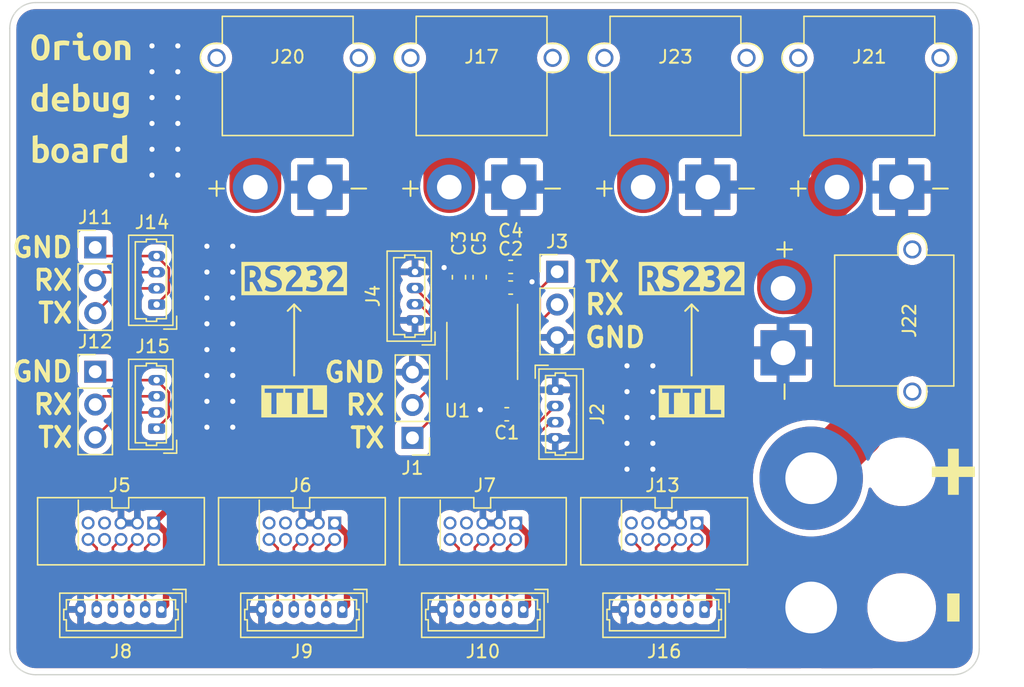
<source format=kicad_pcb>
(kicad_pcb (version 20211014) (generator pcbnew)
  (layers (0 "F.Cu" signal) (31 "B.Cu" signal) (34 "B.Paste" user) (35 "F.Paste" user) (36 "B.SilkS" user "B.Silkscreen") (37 "F.SilkS" user "F.Silkscreen") (38 "B.Mask" user) (39 "F.Mask" user) (44 "Edge.Cuts" user))
  (net 0 "")
  (net 1 "Net-(C4-Pad1)")
  (net 2 "Net-(C2-Pad1)")
  (net 3 "Net-(C4-Pad2)")
  (net 4 "Net-(C5-Pad2)")
  (net 5 "Net-(C5-Pad1)")
  (net 6 "Net-(C3-Pad1)")
  (net 7 "/RS232_TX2")
  (net 8 "/RS232_RX2")
  (net 9 "/TTL_TX2")
  (net 10 "/TTL_RX2")
  (net 11 "/TTL_RX1")
  (net 12 "/TTL_TX1")
  (net 13 "/RS232_RX1")
  (net 14 "/RS232_TX1")
  (net 15 "GND")
  (net 16 "+3.3V")
  (net 17 "Net-(J11-Pad1)")
  (net 18 "Net-(J11-Pad2)")
  (net 19 "Net-(J11-Pad3)")
  (net 20 "Net-(J12-Pad1)")
  (net 21 "Net-(J12-Pad2)")
  (net 22 "Net-(J12-Pad3)")
  (net 23 "VDD")
  (net 24 "/SWDIO_1")
  (net 25 "/SWCLK_1")
  (net 26 "/SWO_1")
  (net 27 "/nRESET_1")
  (net 28 "/VTref_2")
  (net 29 "/SWDIO_2")
  (net 30 "/SWCLK_2")
  (net 31 "/SWO_2")
  (net 32 "/nRESET_2")
  (net 33 "/VTref_3")
  (net 34 "/SWDIO_3")
  (net 35 "/SWCLK_3")
  (net 36 "/SWO_3")
  (net 37 "/nRESET_3")
  (net 38 "/VTref_4")
  (net 39 "/SWDIO_4")
  (net 40 "/SWCLK_4")
  (net 41 "/SWO_4")
  (net 42 "/nRESET_4")
  (footprint "Package_SO:TSSOP-16_4.4x5mm_P0.65mm" (layer "F.Cu") (at 192.55 91.35 -90)
    (fp_text reference "U1" (at 4.625 1.925 -180) (layer "F.SilkS"))
    (fp_text value "TRSF3232EIPWR")
    (pad "1" smd roundrect (at -2.8625 -2.275 270) (size 1.475 0.4) (layers "F.Cu" "F.Paste" "F.Mask") (net 1 "Net-(C4-Pad1)"))
    (pad "2" smd roundrect (at -2.8625 -1.625 270) (size 1.475 0.4) (layers "F.Cu" "F.Paste" "F.Mask") (net 2 "Net-(C2-Pad1)"))
    (pad "3" smd roundrect (at -2.8625 -0.975 270) (size 1.475 0.4) (layers "F.Cu" "F.Paste" "F.Mask") (net 3 "Net-(C4-Pad2)"))
    (pad "4" smd roundrect (at -2.8625 -0.325 270) (size 1.475 0.4) (layers "F.Cu" "F.Paste" "F.Mask") (net 4 "Net-(C5-Pad2)"))
    (pad "5" smd roundrect (at -2.8625 0.325 270) (size 1.475 0.4) (layers "F.Cu" "F.Paste" "F.Mask") (net 5 "Net-(C5-Pad1)"))
    (pad "6" smd roundrect (at -2.8625 0.975 270) (size 1.475 0.4) (layers "F.Cu" "F.Paste" "F.Mask") (net 6 "Net-(C3-Pad1)"))
    (pad "7" smd roundrect (at -2.8625 1.625 270) (size 1.475 0.4) (layers "F.Cu" "F.Paste" "F.Mask") (net 7 "/RS232_TX2"))
    (pad "8" smd roundrect (at -2.8625 2.275 270) (size 1.475 0.4) (layers "F.Cu" "F.Paste" "F.Mask") (net 8 "/RS232_RX2"))
    (pad "9" smd roundrect (at 2.8625 2.275 270) (size 1.475 0.4) (layers "F.Cu" "F.Paste" "F.Mask") (net 9 "/TTL_TX2"))
    (pad "10" smd roundrect (at 2.8625 1.625 270) (size 1.475 0.4) (layers "F.Cu" "F.Paste" "F.Mask") (net 10 "/TTL_RX2"))
    (pad "11" smd roundrect (at 2.8625 0.975 270) (size 1.475 0.4) (layers "F.Cu" "F.Paste" "F.Mask") (net 11 "/TTL_RX1"))
    (pad "12" smd roundrect (at 2.8625 0.325 270) (size 1.475 0.4) (layers "F.Cu" "F.Paste" "F.Mask") (net 12 "/TTL_TX1"))
    (pad "13" smd roundrect (at 2.8625 -0.325 270) (size 1.475 0.4) (layers "F.Cu" "F.Paste" "F.Mask") (net 13 "/RS232_RX1"))
    (pad "14" smd roundrect (at 2.8625 -0.975 270) (size 1.475 0.4) (layers "F.Cu" "F.Paste" "F.Mask") (net 14 "/RS232_TX1"))
    (pad "15" smd roundrect (at 2.8625 -1.625 270) (size 1.475 0.4) (layers "F.Cu" "F.Paste" "F.Mask") (net 15 "GND"))
    (pad "16" smd roundrect (at 2.8625 -2.275 270) (size 1.475 0.4) (layers "F.Cu" "F.Paste" "F.Mask") (net 16 "+3.3V"))
  )
  (footprint "0_connectors:AMASS_XT30PW-M_1x02_P2.50mm_Horizontal" (layer "F.Cu") (at 195 78.675)
    (fp_text reference "J17" (at -2.5 -10.075) (layer "F.SilkS"))
    (fp_text value "XT30PW-M/Terminal block")
    (fp_text user "-" (at 3 0) (layer "F.SilkS") (effects (font (size 1.5 1.5))))
    (fp_text user "+" (at -8 0) (layer "F.SilkS") (effects (font (size 1.5 1.5))))
    (pad "" thru_hole circle (at 3 -10) (size 1.4 1.4) (drill 1) (layers *.Cu *.Mask))
    (pad "" thru_hole circle (at -8 -10) (size 1.4 1.4) (drill 1) (layers *.Cu *.Mask))
    (pad "1" thru_hole rect (at 0 0) (size 3.5 3.5) (drill 1.9) (layers *.Cu *.Mask) (net 15 "GND"))
    (pad "2" thru_hole circle (at -5 0) (size 3.5 3.5) (drill 1.9) (layers *.Cu *.Mask) (net 23 "VDD"))
  )
  (footprint "kibuzzard-634C7551" (layer "F.Cu") (at 178 95.25)
    (fp_text reference "kibuzzard-634C7551" hide)
    (fp_text value "G***" hide)
  )
  (footprint "0_various:Alligator_clip_hook" (layer "F.Cu") (at 218 101.2)
    (fp_text reference "J18" hide)
    (fp_text value "Alligator clip hook")
    (pad "1" thru_hole circle (at 0 0) (size 8 8) (drill 4) (layers *.Cu *.Mask) (net 23 "VDD"))
  )
  (footprint "0_connectors:AMASS_XT30PW-M_1x02_P2.50mm_Horizontal" (layer "F.Cu") (at 215.825 91.5 -90)
    (fp_text reference "J22" (at -2.5 -9.775 90) (layer "F.SilkS"))
    (fp_text value "XT30PW-M/Terminal block")
    (fp_text user "+" (at -8 0 90) (layer "F.SilkS") (effects (font (size 1.5 1.5))))
    (fp_text user "-" (at 3 0 90) (layer "F.SilkS") (effects (font (size 1.5 1.5))))
    (pad "" thru_hole circle (at -8 -10 270) (size 1.4 1.4) (drill 1) (layers *.Cu *.Mask))
    (pad "" thru_hole circle (at 3 -10 270) (size 1.4 1.4) (drill 1) (layers *.Cu *.Mask))
    (pad "1" thru_hole rect (at 0 0 270) (size 3.5 3.5) (drill 1.9) (layers *.Cu *.Mask) (net 15 "GND"))
    (pad "2" thru_hole circle (at -5 0 270) (size 3.5 3.5) (drill 1.9) (layers *.Cu *.Mask) (net 23 "VDD"))
  )
  (footprint "Capacitor_SMD:C_0603_1608Metric" (layer "F.Cu") (at 190.75 85.65 90)
    (fp_text reference "C3" (at 1.55 0 90) (layer "F.SilkS") (effects (justify left)))
    (fp_text value "100nF")
    (pad "1" smd roundrect (at -0.775 0 90) (size 0.9 0.95) (layers "F.Cu" "F.Paste" "F.Mask") (net 6 "Net-(C3-Pad1)"))
    (pad "2" smd roundrect (at 0.775 0 90) (size 0.9 0.95) (layers "F.Cu" "F.Paste" "F.Mask") (net 15 "GND"))
  )
  (footprint "Capacitor_SMD:C_0603_1608Metric" (layer "F.Cu") (at 194.45 96.25 180)
    (fp_text reference "C1" (at 0 -1.43) (layer "F.SilkS"))
    (fp_text value "100nF")
    (pad "1" smd roundrect (at -0.775 0 180) (size 0.9 0.95) (layers "F.Cu" "F.Paste" "F.Mask") (net 16 "+3.3V"))
    (pad "2" smd roundrect (at 0.775 0 180) (size 0.9 0.95) (layers "F.Cu" "F.Paste" "F.Mask") (net 15 "GND"))
  )
  (footprint "Connector_PinHeader_2.54mm:PinHeader_1x03_P2.54mm_Vertical" (layer "F.Cu") (at 187.15 98.074999 180)
    (fp_text reference "J1" (at 0 -2.33) (layer "F.SilkS"))
    (fp_text value "Conn_01x03")
    (pad "1" thru_hole rect (at 0 0 180) (size 1.7 1.7) (drill 1) (layers *.Cu *.Mask) (net 11 "/TTL_RX1"))
    (pad "2" thru_hole oval (at 0 2.54 180) (size 1.7 1.7) (drill 1) (layers *.Cu *.Mask) (net 12 "/TTL_TX1"))
    (pad "3" thru_hole oval (at 0 5.08 180) (size 1.7 1.7) (drill 1) (layers *.Cu *.Mask) (net 15 "GND"))
  )
  (footprint "0_connectors:3220-10-0100-00" (layer "F.Cu") (at 192.6 105.3 -90)
    (fp_text reference "J7" (at -3.55 -0.15 unlocked) (layer "F.SilkS"))
    (fp_text value "SWD_02x05_1.27mm")
    (pad "1" thru_hole rect (at -0.635 -2.54 270) (size 1 1) (drill 0.65) (layers *.Cu *.Mask) (net 33 "/VTref_3"))
    (pad "2" thru_hole oval (at 0.635 -2.54 270) (size 1 1) (drill 0.65) (layers *.Cu *.Mask) (net 34 "/SWDIO_3"))
    (pad "3" thru_hole oval (at -0.635 -1.27 270) (size 1 1) (drill 0.65) (layers *.Cu *.Mask) (net 15 "GND"))
    (pad "4" thru_hole oval (at 0.635 -1.27 270) (size 1 1) (drill 0.65) (layers *.Cu *.Mask) (net 35 "/SWCLK_3"))
    (pad "5" thru_hole oval (at -0.635 0 270) (size 1 1) (drill 0.65) (layers *.Cu *.Mask) (net 15 "GND"))
    (pad "6" thru_hole oval (at 0.635 0 270) (size 1 1) (drill 0.65) (layers *.Cu *.Mask) (net 36 "/SWO_3"))
    (pad "7" thru_hole oval (at -0.635 1.27 270) (size 1 1) (drill 0.65) (layers *.Cu *.Mask))
    (pad "8" thru_hole oval (at 0.635 1.27 270) (size 1 1) (drill 0.65) (layers *.Cu *.Mask))
    (pad "9" thru_hole oval (at -0.635 2.54 270) (size 1 1) (drill 0.65) (layers *.Cu *.Mask))
    (pad "10" thru_hole oval (at 0.635 2.54 270) (size 1 1) (drill 0.65) (layers *.Cu *.Mask) (net 37 "/nRESET_3"))
  )
  (footprint "0_connectors:Molex_PicoBlade_53047-0410_1x04_P1.25mm_Vertical" (layer "F.Cu") (at 187.35 88.985 90)
    (fp_text reference "J4" (at 1.88 -3.25 90) (layer "F.SilkS"))
    (fp_text value "Conn_Picoblade_UART")
    (pad "1" thru_hole roundrect (at 0 0 90) (size 0.8 1.3) (drill 0.5) (layers *.Cu *.Mask) (net 15 "GND"))
    (pad "2" thru_hole oval (at 1.25 0 90) (size 0.8 1.3) (drill 0.5) (layers *.Cu *.Mask) (net 13 "/RS232_RX1"))
    (pad "3" thru_hole oval (at 2.5 0 90) (size 0.8 1.3) (drill 0.5) (layers *.Cu *.Mask) (net 14 "/RS232_TX1"))
    (pad "4" thru_hole oval (at 3.75 0 90) (size 0.8 1.3) (drill 0.5) (layers *.Cu *.Mask) (net 15 "GND"))
  )
  (footprint "0_connectors:Molex_PicoBlade_53047-0610_1x06_P1.25mm_Vertical" (layer "F.Cu") (at 167.725 111.35 180)
    (fp_text reference "J8" (at 3.12 -3.25) (layer "F.SilkS"))
    (fp_text value "Conn_Picoblade_DEBUG1")
    (pad "1" thru_hole roundrect (at 0 0 180) (size 0.8 1.3) (drill 0.5) (layers *.Cu *.Mask) (net 16 "+3.3V"))
    (pad "2" thru_hole oval (at 1.25 0 180) (size 0.8 1.3) (drill 0.5) (layers *.Cu *.Mask) (net 24 "/SWDIO_1"))
    (pad "3" thru_hole oval (at 2.5 0 180) (size 0.8 1.3) (drill 0.5) (layers *.Cu *.Mask) (net 25 "/SWCLK_1"))
    (pad "4" thru_hole oval (at 3.75 0 180) (size 0.8 1.3) (drill 0.5) (layers *.Cu *.Mask) (net 26 "/SWO_1"))
    (pad "5" thru_hole oval (at 5 0 180) (size 0.8 1.3) (drill 0.5) (layers *.Cu *.Mask) (net 27 "/nRESET_1"))
    (pad "6" thru_hole oval (at 6.25 0 180) (size 0.8 1.3) (drill 0.5) (layers *.Cu *.Mask) (net 15 "GND"))
  )
  (footprint "0_connectors:AMASS_XT30PW-M_1x02_P2.50mm_Horizontal" (layer "F.Cu") (at 210 78.675)
    (fp_text reference "J23" (at -2.5 -10.075) (layer "F.SilkS"))
    (fp_text value "XT30PW-M/Terminal block")
    (fp_text user "+" (at -8 0) (layer "F.SilkS") (effects (font (size 1.5 1.5))))
    (fp_text user "-" (at 3 0) (layer "F.SilkS") (effects (font (size 1.5 1.5))))
    (pad "" thru_hole circle (at -8 -10) (size 1.4 1.4) (drill 1) (layers *.Cu *.Mask))
    (pad "" thru_hole circle (at 3 -10) (size 1.4 1.4) (drill 1) (layers *.Cu *.Mask))
    (pad "1" thru_hole rect (at 0 0) (size 3.5 3.5) (drill 1.9) (layers *.Cu *.Mask) (net 15 "GND"))
    (pad "2" thru_hole circle (at -5 0) (size 3.5 3.5) (drill 1.9) (layers *.Cu *.Mask) (net 23 "VDD"))
  )
  (footprint "0_connectors:3220-10-0100-00" (layer "F.Cu") (at 164.6 105.3 -90)
    (fp_text reference "J5" (at -3.55 0.1 unlocked) (layer "F.SilkS"))
    (fp_text value "SWD_02x05_1.27mm")
    (pad "1" thru_hole rect (at -0.635 -2.54 270) (size 1 1) (drill 0.65) (layers *.Cu *.Mask) (net 16 "+3.3V"))
    (pad "2" thru_hole oval (at 0.635 -2.54 270) (size 1 1) (drill 0.65) (layers *.Cu *.Mask) (net 24 "/SWDIO_1"))
    (pad "3" thru_hole oval (at -0.635 -1.27 270) (size 1 1) (drill 0.65) (layers *.Cu *.Mask) (net 15 "GND"))
    (pad "4" thru_hole oval (at 0.635 -1.27 270) (size 1 1) (drill 0.65) (layers *.Cu *.Mask) (net 25 "/SWCLK_1"))
    (pad "5" thru_hole oval (at -0.635 0 270) (size 1 1) (drill 0.65) (layers *.Cu *.Mask) (net 15 "GND"))
    (pad "6" thru_hole oval (at 0.635 0 270) (size 1 1) (drill 0.65) (layers *.Cu *.Mask) (net 26 "/SWO_1"))
    (pad "7" thru_hole oval (at -0.635 1.27 270) (size 1 1) (drill 0.65) (layers *.Cu *.Mask))
    (pad "8" thru_hole oval (at 0.635 1.27 270) (size 1 1) (drill 0.65) (layers *.Cu *.Mask))
    (pad "9" thru_hole oval (at -0.635 2.54 270) (size 1 1) (drill 0.65) (layers *.Cu *.Mask))
    (pad "10" thru_hole oval (at 0.635 2.54 270) (size 1 1) (drill 0.65) (layers *.Cu *.Mask) (net 27 "/nRESET_1"))
  )
  (footprint "Connector_PinHeader_2.54mm:PinHeader_1x03_P2.54mm_Vertical" (layer "F.Cu") (at 162.61 83.345)
    (fp_text reference "J11" (at 0 -2.33) (layer "F.SilkS"))
    (fp_text value "Conn_01x03")
    (pad "1" thru_hole rect (at 0 0) (size 1.7 1.7) (drill 1) (layers *.Cu *.Mask) (net 17 "Net-(J11-Pad1)"))
    (pad "2" thru_hole oval (at 0 2.54) (size 1.7 1.7) (drill 1) (layers *.Cu *.Mask) (net 18 "Net-(J11-Pad2)"))
    (pad "3" thru_hole oval (at 0 5.08) (size 1.7 1.7) (drill 1) (layers *.Cu *.Mask) (net 19 "Net-(J11-Pad3)"))
  )
  (footprint "Capacitor_SMD:C_0603_1608Metric" (layer "F.Cu") (at 194.75 86.45)
    (fp_text reference "C2" (at 0 -3) (layer "F.SilkS"))
    (fp_text value "100nF")
    (pad "1" smd roundrect (at -0.775 0) (size 0.9 0.95) (layers "F.Cu" "F.Paste" "F.Mask") (net 2 "Net-(C2-Pad1)"))
    (pad "2" smd roundrect (at 0.775 0) (size 0.9 0.95) (layers "F.Cu" "F.Paste" "F.Mask") (net 15 "GND"))
  )
  (footprint "0_connectors:AMASS_XT30PW-M_1x02_P2.50mm_Horizontal" (layer "F.Cu") (at 180 78.675)
    (fp_text reference "J20" (at -2.5 -10.075) (layer "F.SilkS"))
    (fp_text value "XT30PW-M/Terminal block")
    (fp_text user "-" (at 3 0) (layer "F.SilkS") (effects (font (size 1.5 1.5))))
    (fp_text user "+" (at -8 0) (layer "F.SilkS") (effects (font (size 1.5 1.5))))
    (pad "" thru_hole circle (at 3 -10) (size 1.4 1.4) (drill 1) (layers *.Cu *.Mask))
    (pad "" thru_hole circle (at -8 -10) (size 1.4 1.4) (drill 1) (layers *.Cu *.Mask))
    (pad "1" thru_hole rect (at 0 0) (size 3.5 3.5) (drill 1.9) (layers *.Cu *.Mask) (net 15 "GND"))
    (pad "2" thru_hole circle (at -5 0) (size 3.5 3.5) (drill 1.9) (layers *.Cu *.Mask) (net 23 "VDD"))
  )
  (footprint "Capacitor_SMD:C_0603_1608Metric" (layer "F.Cu") (at 194.75 84.85 180)
    (fp_text reference "C4" (at 0 2.8) (layer "F.SilkS"))
    (fp_text value "100nF")
    (pad "1" smd roundrect (at -0.775 0 180) (size 0.9 0.95) (layers "F.Cu" "F.Paste" "F.Mask") (net 1 "Net-(C4-Pad1)"))
    (pad "2" smd roundrect (at 0.775 0 180) (size 0.9 0.95) (layers "F.Cu" "F.Paste" "F.Mask") (net 3 "Net-(C4-Pad2)"))
  )
  (footprint "kibuzzard-634C7533" (layer "F.Cu") (at 161.5 71.75)
    (fp_text reference "kibuzzard-634C7533" hide)
    (fp_text value "G***" hide)
  )
  (footprint "0_connectors:Molex_PicoBlade_53047-0410_1x04_P1.25mm_Vertical" (layer "F.Cu") (at 167.36 97.359999 90)
    (fp_text reference "J15" (at 6.359999 -0.31 180) (layer "F.SilkS"))
    (fp_text value "Conn_Picoblade_UART")
    (pad "1" thru_hole roundrect (at 0 0 90) (size 0.8 1.3) (drill 0.5) (layers *.Cu *.Mask) (net 20 "Net-(J12-Pad1)"))
    (pad "2" thru_hole oval (at 1.25 0 90) (size 0.8 1.3) (drill 0.5) (layers *.Cu *.Mask) (net 22 "Net-(J12-Pad3)"))
    (pad "3" thru_hole oval (at 2.5 0 90) (size 0.8 1.3) (drill 0.5) (layers *.Cu *.Mask) (net 21 "Net-(J12-Pad2)"))
    (pad "4" thru_hole oval (at 3.75 0 90) (size 0.8 1.3) (drill 0.5) (layers *.Cu *.Mask) (net 20 "Net-(J12-Pad1)"))
  )
  (footprint "kibuzzard-634C72A3" (layer "F.Cu") (at 229 100.7)
    (fp_text reference "kibuzzard-634C72A3" hide)
    (fp_text value "G***" hide)
  )
  (footprint "0_various:Alligator_clip_hook" (layer "F.Cu") (at 218 111.2)
    (fp_text reference "J19" hide)
    (fp_text value "Alligator clip hook")
    (pad "1" thru_hole circle (at 0 0) (size 8 8) (drill 4) (layers *.Cu *.Mask) (net 15 "GND"))
  )
  (footprint "kibuzzard-634C755D" (layer "F.Cu") (at 208.75 85.75)
    (fp_text reference "kibuzzard-634C755D" hide)
    (fp_text value "G***" hide)
  )
  (footprint "kibuzzard-634C72BB" (layer "F.Cu") (at 229 111.2 90)
    (fp_text reference "kibuzzard-634C72BB" hide)
    (fp_text value "G***" hide)
  )
  (footprint "MountingHole:MountingHole_4.3mm_M4" (layer "F.Cu") (at 225 111.2)
    (fp_text reference "REF**" hide)
    (fp_text value "MountingHole_4.3mm_M4")
    (pad "" np_thru_hole circle locked (at 0 0) (size 4.3 4.3) (drill 4.3) (layers *.Cu *.Mask))
  )
  (footprint "Capacitor_SMD:C_0603_1608Metric" (layer "F.Cu") (at 192.35 85.65 -90)
    (fp_text reference "C5" (at -1.55 0.05 -270) (layer "F.SilkS") (effects (justify left)))
    (fp_text value "100nF")
    (pad "1" smd roundrect (at -0.775 0 270) (size 0.9 0.95) (layers "F.Cu" "F.Paste" "F.Mask") (net 5 "Net-(C5-Pad1)"))
    (pad "2" smd roundrect (at 0.775 0 270) (size 0.9 0.95) (layers "F.Cu" "F.Paste" "F.Mask") (net 4 "Net-(C5-Pad2)"))
  )
  (footprint "0_connectors:Molex_PicoBlade_53047-0410_1x04_P1.25mm_Vertical" (layer "F.Cu") (at 167.36 87.759999 90)
    (fp_text reference "J14" (at 6.359999 -0.36 180) (layer "F.SilkS"))
    (fp_text value "Conn_Picoblade_UART")
    (pad "1" thru_hole roundrect (at 0 0 90) (size 0.8 1.3) (drill 0.5) (layers *.Cu *.Mask) (net 17 "Net-(J11-Pad1)"))
    (pad "2" thru_hole oval (at 1.25 0 90) (size 0.8 1.3) (drill 0.5) (layers *.Cu *.Mask) (net 19 "Net-(J11-Pad3)"))
    (pad "3" thru_hole oval (at 2.5 0 90) (size 0.8 1.3) (drill 0.5) (layers *.Cu *.Mask) (net 18 "Net-(J11-Pad2)"))
    (pad "4" thru_hole oval (at 3.75 0 90) (size 0.8 1.3) (drill 0.5) (layers *.Cu *.Mask) (net 17 "Net-(J11-Pad1)"))
  )
  (footprint "kibuzzard-634C755D" (layer "F.Cu") (at 178 85.75)
    (fp_text reference "kibuzzard-634C755D" hide)
    (fp_text value "G***" hide)
  )
  (footprint "Connector_PinHeader_2.54mm:PinHeader_1x03_P2.54mm_Vertical" (layer "F.Cu") (at 198.350001 85.224999)
    (fp_text reference "J3" (at 0 -2.33) (layer "F.SilkS"))
    (fp_text value "Conn_01x03")
    (pad "1" thru_hole rect (at 0 0) (size 1.7 1.7) (drill 1) (layers *.Cu *.Mask) (net 7 "/RS232_TX2"))
    (pad "2" thru_hole oval (at 0 2.54) (size 1.7 1.7) (drill 1) (layers *.Cu *.Mask) (net 8 "/RS232_RX2"))
    (pad "3" thru_hole oval (at 0 5.08) (size 1.7 1.7) (drill 1) (layers *.Cu *.Mask) (net 15 "GND"))
  )
  (footprint "0_connectors:Molex_PicoBlade_53047-0610_1x06_P1.25mm_Vertical" (layer "F.Cu") (at 181.725 111.35 180)
    (fp_text reference "J9" (at 3.12 -3.25) (layer "F.SilkS"))
    (fp_text value "Conn_Picoblade_DEBUG2")
    (pad "1" thru_hole roundrect (at 0 0 180) (size 0.8 1.3) (drill 0.5) (layers *.Cu *.Mask) (net 28 "/VTref_2"))
    (pad "2" thru_hole oval (at 1.25 0 180) (size 0.8 1.3) (drill 0.5) (layers *.Cu *.Mask) (net 29 "/SWDIO_2"))
    (pad "3" thru_hole oval (at 2.5 0 180) (size 0.8 1.3) (drill 0.5) (layers *.Cu *.Mask) (net 30 "/SWCLK_2"))
    (pad "4" thru_hole oval (at 3.75 0 180) (size 0.8 1.3) (drill 0.5) (layers *.Cu *.Mask) (net 31 "/SWO_2"))
    (pad "5" thru_hole oval (at 5 0 180) (size 0.8 1.3) (drill 0.5) (layers *.Cu *.Mask) (net 32 "/nRESET_2"))
    (pad "6" thru_hole oval (at 6.25 0 180) (size 0.8 1.3) (drill 0.5) (layers *.Cu *.Mask) (net 15 "GND"))
  )
  (footprint "0_connectors:Molex_PicoBlade_53047-0410_1x04_P1.25mm_Vertical" (layer "F.Cu") (at 198.200001 94.36 -90)
    (fp_text reference "J2" (at 1.88 -3.25 -270) (layer "F.SilkS"))
    (fp_text value "Conn_Picoblade_UART")
    (pad "1" thru_hole roundrect (at 0 0 270) (size 0.8 1.3) (drill 0.5) (layers *.Cu *.Mask) (net 15 "GND"))
    (pad "2" thru_hole oval (at 1.25 0 270) (size 0.8 1.3) (drill 0.5) (layers *.Cu *.Mask) (net 10 "/TTL_RX2"))
    (pad "3" thru_hole oval (at 2.5 0 270) (size 0.8 1.3) (drill 0.5) (layers *.Cu *.Mask) (net 9 "/TTL_TX2"))
    (pad "4" thru_hole oval (at 3.75 0 270) (size 0.8 1.3) (drill 0.5) (layers *.Cu *.Mask) (net 15 "GND"))
  )
  (footprint "MountingHole:MountingHole_4.3mm_M4" (layer "F.Cu") (at 225 100.7)
    (fp_text reference "REF**" hide)
    (fp_text value "MountingHole_4.3mm_M4")
    (pad "" np_thru_hole circle locked (at 0 0) (size 4.3 4.3) (drill 4.3) (layers *.Cu *.Mask))
  )
  (footprint "0_connectors:Molex_PicoBlade_53047-0610_1x06_P1.25mm_Vertical" (layer "F.Cu") (at 209.75 111.35 180)
    (fp_text reference "J16" (at 3.12 -3.25) (layer "F.SilkS"))
    (fp_text value "Conn_Picoblade_DEBUG4")
    (pad "1" thru_hole roundrect (at 0 0 180) (size 0.8 1.3) (drill 0.5) (layers *.Cu *.Mask) (net 38 "/VTref_4"))
    (pad "2" thru_hole oval (at 1.25 0 180) (size 0.8 1.3) (drill 0.5) (layers *.Cu *.Mask) (net 39 "/SWDIO_4"))
    (pad "3" thru_hole oval (at 2.5 0 180) (size 0.8 1.3) (drill 0.5) (layers *.Cu *.Mask) (net 40 "/SWCLK_4"))
    (pad "4" thru_hole oval (at 3.75 0 180) (size 0.8 1.3) (drill 0.5) (layers *.Cu *.Mask) (net 41 "/SWO_4"))
    (pad "5" thru_hole oval (at 5 0 180) (size 0.8 1.3) (drill 0.5) (layers *.Cu *.Mask) (net 42 "/nRESET_4"))
    (pad "6" thru_hole oval (at 6.25 0 180) (size 0.8 1.3) (drill 0.5) (layers *.Cu *.Mask) (net 15 "GND"))
  )
  (footprint "0_connectors:Molex_PicoBlade_53047-0610_1x06_P1.25mm_Vertical" (layer "F.Cu") (at 195.725 111.35 180)
    (fp_text reference "J10" (at 3.12 -3.25) (layer "F.SilkS"))
    (fp_text value "Conn_Picoblade_DEBUG3")
    (pad "1" thru_hole roundrect (at 0 0 180) (size 0.8 1.3) (drill 0.5) (layers *.Cu *.Mask) (net 33 "/VTref_3"))
    (pad "2" thru_hole oval (at 1.25 0 180) (size 0.8 1.3) (drill 0.5) (layers *.Cu *.Mask) (net 34 "/SWDIO_3"))
    (pad "3" thru_hole oval (at 2.5 0 180) (size 0.8 1.3) (drill 0.5) (layers *.Cu *.Mask) (net 35 "/SWCLK_3"))
    (pad "4" thru_hole oval (at 3.75 0 180) (size 0.8 1.3) (drill 0.5) (layers *.Cu *.Mask) (net 36 "/SWO_3"))
    (pad "5" thru_hole oval (at 5 0 180) (size 0.8 1.3) (drill 0.5) (layers *.Cu *.Mask) (net 37 "/nRESET_3"))
    (pad "6" thru_hole oval (at 6.25 0 180) (size 0.8 1.3) (drill 0.5) (layers *.Cu *.Mask) (net 15 "GND"))
  )
  (footprint "Connector_PinHeader_2.54mm:PinHeader_1x03_P2.54mm_Vertical" (layer "F.Cu") (at 162.61 92.96)
    (fp_text reference "J12" (at 0 -2.33) (layer "F.SilkS"))
    (fp_text value "Conn_01x03")
    (pad "1" thru_hole rect (at 0 0) (size 1.7 1.7) (drill 1) (layers *.Cu *.Mask) (net 20 "Net-(J12-Pad1)"))
    (pad "2" thru_hole oval (at 0 2.54) (size 1.7 1.7) (drill 1) (layers *.Cu *.Mask) (net 21 "Net-(J12-Pad2)"))
    (pad "3" thru_hole oval (at 0 5.08) (size 1.7 1.7) (drill 1) (layers *.Cu *.Mask) (net 22 "Net-(J12-Pad3)"))
  )
  (footprint "0_connectors:AMASS_XT30PW-M_1x02_P2.50mm_Horizontal" (layer "F.Cu") (at 225 78.675)
    (fp_text reference "J21" (at -2.5 -10.075) (layer "F.SilkS"))
    (fp_text value "XT30PW-M/Terminal block")
    (fp_text user "+" (at -8 0) (layer "F.SilkS") (effects (font (size 1.5 1.5))))
    (fp_text user "-" (at 3 0) (layer "F.SilkS") (effects (font (size 1.5 1.5))))
    (pad "" thru_hole circle (at -8 -10) (size 1.4 1.4) (drill 1) (layers *.Cu *.Mask))
    (pad "" thru_hole circle (at 3 -10) (size 1.4 1.4) (drill 1) (layers *.Cu *.Mask))
    (pad "1" thru_hole rect (at 0 0) (size 3.5 3.5) (drill 1.9) (layers *.Cu *.Mask) (net 15 "GND"))
    (pad "2" thru_hole circle (at -5 0) (size 3.5 3.5) (drill 1.9) (layers *.Cu *.Mask) (net 23 "VDD"))
  )
  (footprint "0_connectors:3220-10-0100-00" (layer "F.Cu") (at 206.625 105.3 -90)
    (fp_text reference "J13" (at -3.55 0.125 unlocked) (layer "F.SilkS"))
    (fp_text value "SWD_02x05_1.27mm")
    (pad "1" thru_hole rect (at -0.635 -2.54 270) (size 1 1) (drill 0.65) (layers *.Cu *.Mask) (net 38 "/VTref_4"))
    (pad "2" thru_hole oval (at 0.635 -2.54 270) (size 1 1) (drill 0.65) (layers *.Cu *.Mask) (net 39 "/SWDIO_4"))
    (pad "3" thru_hole oval (at -0.635 -1.27 270) (size 1 1) (drill 0.65) (layers *.Cu *.Mask) (net 15 "GND"))
    (pad "4" thru_hole oval (at 0.635 -1.27 270) (size 1 1) (drill 0.65) (layers *.Cu *.Mask) (net 40 "/SWCLK_4"))
    (pad "5" thru_hole oval (at -0.635 0 270) (size 1 1) (drill 0.65) (layers *.Cu *.Mask) (net 15 "GND"))
    (pad "6" thru_hole oval (at 0.635 0 270) (size 1 1) (drill 0.65) (layers *.Cu *.Mask) (net 41 "/SWO_4"))
    (pad "7" thru_hole oval (at -0.635 1.27 270) (size 1 1) (drill 0.65) (layers *.Cu *.Mask))
    (pad "8" thru_hole oval (at 0.635 1.27 270) (size 1 1) (drill 0.65) (layers *.Cu *.Mask))
    (pad "9" thru_hole oval (at -0.635 2.54 270) (size 1 1) (drill 0.65) (layers *.Cu *.Mask))
    (pad "10" thru_hole oval (at 0.635 2.54 270) (size 1 1) (drill 0.65) (layers *.Cu *.Mask) (net 42 "/nRESET_4"))
  )
  (footprint "kibuzzard-634C7551" (layer "F.Cu") (at 208.75 95.25)
    (fp_text reference "kibuzzard-634C7551" hide)
    (fp_text value "G***" hide)
  )
  (footprint "0_connectors:3220-10-0100-00" (layer "F.Cu") (at 178.6 105.3 -90)
    (fp_text reference "J6" (at -3.55 0.1 unlocked) (layer "F.SilkS"))
    (fp_text value "SWD_02x05_1.27mm")
    (pad "1" thru_hole rect (at -0.635 -2.54 270) (size 1 1) (drill 0.65) (layers *.Cu *.Mask) (net 28 "/VTref_2"))
    (pad "2" thru_hole oval (at 0.635 -2.54 270) (size 1 1) (drill 0.65) (layers *.Cu *.Mask) (net 29 "/SWDIO_2"))
    (pad "3" thru_hole oval (at -0.635 -1.27 270) (size 1 1) (drill 0.65) (layers *.Cu *.Mask) (net 15 "GND"))
    (pad "4" thru_hole oval (at 0.635 -1.27 270) (size 1 1) (drill 0.65) (layers *.Cu *.Mask) (net 30 "/SWCLK_2"))
    (pad "5" thru_hole oval (at -0.635 0 270) (size 1 1) (drill 0.65) (layers *.Cu *.Mask) (net 15 "GND"))
    (pad "6" thru_hole oval (at 0.635 0 270) (size 1 1) (drill 0.65) (layers *.Cu *.Mask) (net 31 "/SWO_2"))
    (pad "7" thru_hole oval (at -0.635 1.27 270) (size 1 1) (drill 0.65) (layers *.Cu *.Mask))
    (pad "8" thru_hole oval (at 0.635 1.27 270) (size 1 1) (drill 0.65) (layers *.Cu *.Mask))
    (pad "9" thru_hole oval (at -0.635 2.54 270) (size 1 1) (drill 0.65) (layers *.Cu *.Mask))
    (pad "10" thru_hole oval (at 0.635 2.54 270) (size 1 1) (drill 0.65) (layers *.Cu *.Mask) (net 32 "/nRESET_2"))
  )
  (gr_line (start 178 93.25) (end 178 87.75) (layer "F.SilkS") (width 0.15))
  (gr_line (start 178 87.75) (end 178.5 88.25) (layer "F.SilkS") (width 0.15))
  (gr_line (start 208.75 93.25) (end 208.75 87.75) (layer "F.SilkS") (width 0.15))
  (gr_line (start 177.5 88.25) (end 178 87.75) (layer "F.SilkS") (width 0.15))
  (gr_line (start 208.25 88.25) (end 208.75 87.75) (layer "F.SilkS") (width 0.15))
  (gr_line (start 208.75 87.75) (end 209.25 88.25) (layer "F.SilkS") (width 0.15))
  (gr_line (start 231 114.4) (end 231 66.4) (layer "Edge.Cuts") (width 0.1))
  (gr_line (start 229 64.4) (end 158 64.4) (layer "Edge.Cuts") (width 0.1))
  (gr_line (start 158 116.4) (end 229 116.4) (layer "Edge.Cuts") (width 0.1))
  (gr_arc (start 229 64.4) (mid 230.414214 64.985786) (end 231 66.4) (layer "Edge.Cuts") (width 0.1))
  (gr_arc (start 156 66.4) (mid 156.585786 64.985786) (end 158 64.4) (layer "Edge.Cuts") (width 0.1))
  (gr_line (start 156 66.4) (end 156 114.4) (layer "Edge.Cuts") (width 0.1))
  (gr_arc (start 158 116.4) (mid 156.585786 115.814214) (end 156 114.4) (layer "Edge.Cuts") (width 0.1))
  (gr_arc (start 231 114.4) (mid 230.414214 115.814214) (end 229 116.4) (layer "Edge.Cuts") (width 0.1))
  (gr_text "RX" (at 161 85.885) (layer "F.SilkS") (effects (font (size 1.5 1.5) (thickness 0.3)) (justify right)))
  (gr_text "RX" (at 200.350001 87.764999) (layer "F.SilkS") (effects (font (size 1.5 1.5) (thickness 0.3)) (justify left)))
  (gr_text "GND" (at 200.350001 90.304999) (layer "F.SilkS") (effects (font (size 1.5 1.5) (thickness 0.3)) (justify left)))
  (gr_text "TX" (at 185.15 98.074999) (layer "F.SilkS") (effects (font (size 1.5 1.5) (thickness 0.3)) (justify right)))
  (gr_text "RX" (at 185.15 95.534999) (layer "F.SilkS") (effects (font (size 1.5 1.5) (thickness 0.3)) (justify right)))
  (gr_text "TX" (at 161 98.04) (layer "F.SilkS") (effects (font (size 1.5 1.5) (thickness 0.3)) (justify right)))
  (gr_text "GND" (at 161 92.96) (layer "F.SilkS") (effects (font (size 1.5 1.5) (thickness 0.3)) (justify right)))
  (gr_text "GND" (at 185.15 92.994999) (layer "F.SilkS") (effects (font (size 1.5 1.5) (thickness 0.3)) (justify right)))
  (gr_text "TX" (at 161 88.425) (layer "F.SilkS") (effects (font (size 1.5 1.5) (thickness 0.3)) (justify right)))
  (gr_text "GND" (at 161 83.345) (layer "F.SilkS") (effects (font (size 1.5 1.5) (thickness 0.3)) (justify right)))
  (gr_text "RX" (at 161 95.5) (layer "F.SilkS") (effects (font (size 1.5 1.5) (thickness 0.3)) (justify right)))
  (gr_text "TX" (at 200.350001 85.224999) (layer "F.SilkS") (effects (font (size 1.5 1.5) (thickness 0.3)) (justify left)))
  (segment (start 194.775 88.4375) (end 194.775 85.6) (width 0.2) (layer "F.Cu") (net 1))
  (segment (start 194.825 88.4875) (end 194.775 88.4375) (width 0.2) (layer "F.Cu") (net 1))
  (segment (start 194.775 85.6) (end 195.524999 84.85) (width 0.2) (layer "F.Cu") (net 1))
  (segment (start 194.175 86.65) (end 193.975 86.45) (width 0.2) (layer "F.Cu") (net 2))
  (segment (start 194.175 88.4875) (end 194.175 86.65) (width 0.2) (layer "F.Cu") (net 2))
  (segment (start 193.525 87.217463) (end 193.224999 86.917461) (width 0.2) (layer "F.Cu") (net 3))
  (segment (start 193.224999 86.917461) (end 193.225 85.6) (width 0.2) (layer "F.Cu") (net 3))
  (segment (start 193.225 85.6) (end 193.975 84.85) (width 0.2) (layer "F.Cu") (net 3))
  (segment (start 193.525 88.4875) (end 193.525 87.217463) (width 0.2) (layer "F.Cu") (net 3))
  (segment (start 192.875 87.132442) (end 192.35 86.607443) (width 0.2) (layer "F.Cu") (net 4))
  (segment (start 192.35 86.607443) (end 192.35 86.425001) (width 0.2) (layer "F.Cu") (net 4))
  (segment (start 192.875 88.487501) (end 192.875 87.132442) (width 0.2) (layer "F.Cu") (net 4))
  (segment (start 192.225 87.517461) (end 191.575 86.867462) (width 0.2) (layer "F.Cu") (net 5))
  (segment (start 192.225 88.4875) (end 192.225 87.517461) (width 0.2) (layer "F.Cu") (net 5))
  (segment (start 191.575 86.867462) (end 191.575 85.65) (width 0.2) (layer "F.Cu") (net 5))
  (segment (start 191.575 85.65) (end 192.349999 84.874999) (width 0.2) (layer "F.Cu") (net 5))
  (segment (start 191.575 87.432442) (end 190.75 86.607443) (width 0.2) (layer "F.Cu") (net 6))
  (segment (start 191.575 88.4875) (end 191.575 87.432442) (width 0.2) (layer "F.Cu") (net 6))
  (segment (start 190.75 86.607443) (end 190.75 86.425001) (width 0.2) (layer "F.Cu") (net 6))
  (segment (start 197 88.185) (end 197 86.575) (width 0.2) (layer "F.Cu") (net 7))
  (segment (start 197 86.575) (end 198.350001 85.224999) (width 0.2) (layer "F.Cu") (net 7))
  (segment (start 190.925 88.4875) (end 190.925 89.140685) (width 0.2) (layer "F.Cu") (net 7))
  (segment (start 192.019315 90.235) (end 194.95 90.235) (width 0.2) (layer "F.Cu") (net 7))
  (segment (start 194.95 90.235) (end 197 88.185) (width 0.2) (layer "F.Cu") (net 7))
  (segment (start 190.925 89.140685) (end 192.019315 90.235) (width 0.2) (layer "F.Cu") (net 7))
  (segment (start 195.280001 90.835) (end 191.969315 90.835001) (width 0.2) (layer "F.Cu") (net 8))
  (segment (start 191.969315 90.835001) (end 190.275 89.140685) (width 0.2) (layer "F.Cu") (net 8))
  (segment (start 198.350001 87.764999) (end 195.280001 90.835) (width 0.2) (layer "F.Cu") (net 8))
  (segment (start 190.275 89.140685) (end 190.275 88.4875) (width 0.2) (layer "F.Cu") (net 8))
  (segment (start 192.75 98.335) (end 190.275 95.86) (width 0.2) (layer "F.Cu") (net 9))
  (segment (start 197.824999 96.860001) (end 196.349999 98.335001) (width 0.2) (layer "F.Cu") (net 9))
  (segment (start 198.199999 96.860001) (end 197.824999 96.860001) (width 0.2) (layer "F.Cu") (net 9))
  (segment (start 190.275 95.86) (end 190.274999 94.212501) (width 0.2) (layer "F.Cu") (net 9))
  (segment (start 196.349999 98.335001) (end 192.75 98.335) (width 0.2) (layer "F.Cu") (net 9))
  (segment (start 190.925 95.810001) (end 190.925001 94.2125) (width 0.2) (layer "F.Cu") (net 10))
  (segment (start 198.2 95.61) (end 196.075 97.735) (width 0.2) (layer "F.Cu") (net 10))
  (segment (start 196.075 97.735) (end 192.85 97.735) (width 0.2) (layer "F.Cu") (net 10))
  (segment (start 192.85 97.735) (end 190.925 95.810001) (width 0.2) (layer "F.Cu") (net 10))
  (segment (start 189.95 92.935001) (end 189.35 93.535) (width 0.2) (layer "F.Cu") (net 11))
  (segment (start 189.35 93.535) (end 189.350001 95.875) (width 0.2) (layer "F.Cu") (net 11))
  (segment (start 189.350001 95.875) (end 187.15 98.074999) (width 0.2) (layer "F.Cu") (net 11))
  (segment (start 191.575 94.2125) (end 191.575001 93.559315) (width 0.2) (layer "F.Cu") (net 11))
  (segment (start 190.950684 92.935) (end 189.95 92.935001) (width 0.2) (layer "F.Cu") (net 11))
  (segment (start 191.575001 93.559315) (end 190.950684 92.935) (width 0.2) (layer "F.Cu") (net 11))
  (segment (start 190.800685 92.135) (end 192.225 93.559315) (width 0.2) (layer "F.Cu") (net 12))
  (segment (start 189.85 92.135001) (end 190.800685 92.135) (width 0.2) (layer "F.Cu") (net 12))
  (segment (start 188.749999 93.935) (end 188.749999 93.235001) (width 0.2) (layer "F.Cu") (net 12))
  (segment (start 192.225 93.559315) (end 192.225001 94.2125) (width 0.2) (layer "F.Cu") (net 12))
  (segment (start 187.15 95.535) (end 188.749999 93.935) (width 0.2) (layer "F.Cu") (net 12))
  (segment (start 188.749999 93.235001) (end 189.85 92.135001) (width 0.2) (layer "F.Cu") (net 12))
  (segment (start 192.875 93.559313) (end 192.875 94.2125) (width 0.2) (layer "F.Cu") (net 13))
  (segment (start 187.7 87.735) (end 189.350001 89.385) (width 0.2) (layer "F.Cu") (net 13))
  (segment (start 187.349999 87.735001) (end 187.7 87.735) (width 0.2) (layer "F.Cu") (net 13))
  (segment (start 189.350001 89.385) (end 189.350001 90.034315) (width 0.2) (layer "F.Cu") (net 13))
  (segment (start 189.350001 90.034315) (end 192.875 93.559313) (width 0.2) (layer "F.Cu") (net 13))
  (segment (start 187.349999 86.485) (end 189.775 88.91) (width 0.2) (layer "F.Cu") (net 14))
  (segment (start 193.525 93.559315) (end 193.524999 94.212501) (width 0.2) (layer "F.Cu") (net 14))
  (segment (start 189.775 88.91) (end 189.775 89.809315) (width 0.2) (layer "F.Cu") (net 14))
  (segment (start 189.775 89.809315) (end 193.525 93.559315) (width 0.2) (layer "F.Cu") (net 14))
  (segment (start 195.525 86.45) (end 195.95 86.45) (width 0.2) (layer "F.Cu") (net 15))
  (segment (start 192.75 96.25) (end 192.4 95.9) (width 0.2) (layer "F.Cu") (net 15))
  (segment (start 193.675 96.25) (end 192.75 96.25) (width 0.2) (layer "F.Cu") (net 15))
  (segment (start 195.95 86.45) (end 196.4 86) (width 0.2) (layer "F.Cu") (net 15))
  (segment (start 194.175 95.75) (end 194.175 94.2125) (width 0.2) (layer "F.Cu") (net 15))
  (segment (start 190.75 84.875) (end 189.625 84.875) (width 0.2) (layer "F.Cu") (net 15))
  (segment (start 193.674999 96.250001) (end 194.175 95.75) (width 0.2) (layer "F.Cu") (net 15))
  (segment (start 189.625 84.875) (end 189.6 84.9) (width 0.2) (layer "F.Cu") (net 15))
  (via (at 173.25 85.25) (size 0.8) (drill 0.4) (layers "F.Cu" "B.Cu") (net 15))
  (via (at 171.25 97.25) (size 0.8) (drill 0.4) (layers "F.Cu" "B.Cu") (net 15))
  (via (at 192.4 95.9) (size 0.8) (drill 0.4) (layers "F.Cu" "B.Cu") (net 15))
  (via (at 205.75 100.5) (size 0.8) (drill 0.4) (layers "F.Cu" "B.Cu") (net 15))
  (via (at 171.25 85.25) (size 0.8) (drill 0.4) (layers "F.Cu" "B.Cu") (net 15))
  (via (at 171.25 89.25) (size 0.8) (drill 0.4) (layers "F.Cu" "B.Cu") (net 15))
  (via (at 167 73.75) (size 0.8) (drill 0.4) (layers "F.Cu" "B.Cu") (net 15))
  (via (at 171.25 83.25) (size 0.8) (drill 0.4) (layers "F.Cu" "B.Cu") (net 15))
  (via (at 173.25 89.25) (size 0.8) (drill 0.4) (layers "F.Cu" "B.Cu") (net 15))
  (via (at 166.999999 75.75) (size 0.8) (drill 0.4) (layers "F.Cu" "B.Cu") (net 15))
  (via (at 169 77.750001) (size 0.8) (drill 0.4) (layers "F.Cu" "B.Cu") (net 15))
  (via (at 173.25 83.25) (size 0.8) (drill 0.4) (layers "F.Cu" "B.Cu") (net 15))
  (via (at 203.75 94.5) (size 0.8) (drill 0.4) (layers "F.Cu" "B.Cu") (net 15))
  (via (at 171.25 93.25) (size 0.8) (drill 0.4) (layers "F.Cu" "B.Cu") (net 15))
  (via (at 189.6 84.9) (size 0.8) (drill 0.4) (layers "F.Cu" "B.Cu") (net 15))
  (via (at 205.75 94.5) (size 0.8) (drill 0.4) (layers "F.Cu" "B.Cu") (net 15))
  (via (at 205.75 96.5) (size 0.8) (drill 0.4) (layers "F.Cu" "B.Cu") (net 15))
  (via (at 169 67.75) (size 0.8) (drill 0.4) (layers "F.Cu" "B.Cu") (net 15))
  (via (at 196.4 86) (size 0.8) (drill 0.4) (layers "F.Cu" "B.Cu") (net 15))
  (via (at 173.25 93.25) (size 0.8) (drill 0.4) (layers "F.Cu" "B.Cu") (net 15))
  (via (at 173.25 87.25) (size 0.8) (drill 0.4) (layers "F.Cu" "B.Cu") (net 15))
  (via (at 167 69.75) (size 0.8) (drill 0.4) (layers "F.Cu" "B.Cu") (net 15))
  (via (at 203.75 98.5) (size 0.8) (drill 0.4) (layers "F.Cu" "B.Cu") (net 15))
  (via (at 171.25 87.25) (size 0.8) (drill 0.4) (layers "F.Cu" "B.Cu") (net 15))
  (via (at 171.25 95.25) (size 0.8) (drill 0.4) (layers "F.Cu" "B.Cu") (net 15))
  (via (at 173.25 97.25) (size 0.8) (drill 0.4) (layers "F.Cu" "B.Cu") (net 15))
  (via (at 167 71.75) (size 0.8) (drill 0.4) (layers "F.Cu" "B.Cu") (net 15))
  (via (at 203.75 100.5) (size 0.8) (drill 0.4) (layers "F.Cu" "B.Cu") (net 15))
  (via (at 169 75.75) (size 0.8) (drill 0.4) (layers "F.Cu" "B.Cu") (net 15))
  (via (at 203.75 92.5) (size 0.8) (drill 0.4) (layers "F.Cu" "B.Cu") (net 15))
  (via (at 205.75 98.5) (size 0.8) (drill 0.4) (layers "F.Cu" "B.Cu") (net 15))
  (via (at 205.75 92.5) (size 0.8) (drill 0.4) (layers "F.Cu" "B.Cu") (net 15))
  (via (at 169 69.75) (size 0.8) (drill 0.4) (layers "F.Cu" "B.Cu") (net 15))
  (via (at 171.25 91.25) (size 0.8) (drill 0.4) (layers "F.Cu" "B.Cu") (net 15))
  (via (at 169 73.75) (size 0.8) (drill 0.4) (layers "F.Cu" "B.Cu") (net 15))
  (via (at 173.25 95.25) (size 0.8) (drill 0.4) (layers "F.Cu" "B.Cu") (net 15))
  (via (at 203.75 96.5) (size 0.8) (drill 0.4) (layers "F.Cu" "B.Cu") (net 15))
  (via (at 167 77.75) (size 0.8) (drill 0.4) (layers "F.Cu" "B.Cu") (net 15))
  (via (at 167 67.75) (size 0.8) (drill 0.4) (layers "F.Cu" "B.Cu") (net 15))
  (via (at 173.25 91.25) (size 0.8) (drill 0.4) (layers "F.Cu" "B.Cu") (net 15))
  (via (at 169 71.75) (size 0.8) (drill 0.4) (layers "F.Cu" "B.Cu") (net 15))
  (segment (start 168.09 110.985) (end 168.09 105.39) (width 0.5) (layer "F.Cu") (net 16))
  (segment (start 167.725 111.35) (end 168.09 110.985) (width 0.5) (layer "F.Cu") (net 16))
  (segment (start 200 100.75) (end 201.25 99.5) (width 0.5) (layer "F.Cu") (net 16))
  (segment (start 171.055 100.75) (end 200 100.75) (width 0.5) (layer "F.Cu") (net 16))
  (segment (start 201.25 93.5) (end 200 92.25) (width 0.5) (layer "F.Cu") (net 16))
  (segment (start 194.825 95.849999) (end 195.225 96.25) (width 0.2) (layer "F.Cu") (net 16))
  (segment (start 201.25 99.5) (end 201.25 93.5) (width 0.5) (layer "F.Cu") (net 16))
  (segment (start 200 92.25) (end 196.7875 92.25) (width 0.5) (layer "F.Cu") (net 16))
  (segment (start 194.825 94.2125) (end 194.825 95.849999) (width 0.2) (layer "F.Cu") (net 16))
  (segment (start 167.365 104.665) (end 167.14 104.665) (width 0.5) (layer "F.Cu") (net 16))
  (segment (start 168.09 105.39) (end 167.365 104.665) (width 0.5) (layer "F.Cu") (net 16))
  (segment (start 167.14 104.665) (end 171.055 100.75) (width 0.5) (layer "F.Cu") (net 16))
  (segment (start 196.7875 92.25) (end 194.825 94.2125) (width 0.5) (layer "F.Cu") (net 16))
  (segment (start 167.36 87.759999) (end 168.31 86.809999) (width 0.2) (layer "F.Cu") (net 17))
  (segment (start 163.274999 84.009999) (end 162.61 83.345) (width 0.2) (layer "F.Cu") (net 17))
  (segment (start 167.36 84.009999) (end 163.274999 84.009999) (width 0.2) (layer "F.Cu") (net 17))
  (segment (start 168.31 84.96) (end 167.36 84.01) (width 0.2) (layer "F.Cu") (net 17))
  (segment (start 168.31 86.809999) (end 168.31 84.96) (width 0.2) (layer "F.Cu") (net 17))
  (segment (start 163.235 85.26) (end 162.61 85.885) (width 0.2) (layer "F.Cu") (net 18))
  (segment (start 167.36 85.259999) (end 163.235 85.26) (width 0.2) (layer "F.Cu") (net 18))
  (segment (start 164.525 86.51) (end 162.61 88.425) (width 0.2) (layer "F.Cu") (net 19))
  (segment (start 167.36 86.51) (end 164.525 86.51) (width 0.2) (layer "F.Cu") (net 19))
  (segment (start 168.31 94.56) (end 167.36 93.61) (width 0.2) (layer "F.Cu") (net 20))
  (segment (start 168.309999 96.41) (end 168.31 94.56) (width 0.2) (layer "F.Cu") (net 20))
  (segment (start 167.36 97.359999) (end 168.309999 96.41) (width 0.2) (layer "F.Cu") (net 20))
  (segment (start 163.259999 93.609999) (end 162.61 92.96) (width 0.2) (layer "F.Cu") (net 20))
  (segment (start 167.36 93.609999) (end 163.259999 93.609999) (width 0.2) (layer "F.Cu") (net 20))
  (segment (start 163.250001 94.859999) (end 162.61 95.5) (width 0.2) (layer "F.Cu") (net 21))
  (segment (start 167.36 94.859999) (end 163.250001 94.859999) (width 0.2) (layer "F.Cu") (net 21))
  (segment (start 167.36 96.11) (end 164.54 96.11) (width 0.2) (layer "F.Cu") (net 22))
  (segment (start 164.54 96.11) (end 162.61 98.04) (width 0.2) (layer "F.Cu") (net 22))
  (segment (start 192 73.2) (end 190 75.2) (width 4) (layer "F.Cu") (net 23))
  (segment (start 207.575 73.2) (end 205 75.775) (width 4) (layer "F.Cu") (net 23))
  (segment (start 220 74.9) (end 218.3 73.2) (width 4) (layer "F.Cu") (net 23))
  (segment (start 220 78.675) (end 220 74.9) (width 4) (layer "F.Cu") (net 23))
  (segment (start 202.7 73.2) (end 192 73.2) (width 4) (layer "F.Cu") (net 23))
  (segment (start 205 78.675) (end 205 75.5) (width 4) (layer "F.Cu") (net 23))
  (segment (start 210.6 73.2) (end 207.575 73.2) (width 4) (layer "F.Cu") (net 23))
  (segment (start 221.6 89.2) (end 221.6 97.6) (width 4) (layer "F.Cu") (net 23))
  (segment (start 215.825 86.5) (end 218.9 86.5) (width 4) (layer "F.Cu") (net 23))
  (segment (start 221.6 97.6) (end 218 101.2) (width 4) (layer "F.Cu") (net 23))
  (segment (start 190 78.675) (end 190 75.2) (width 4) (layer "F.Cu") (net 23))
  (segment (start 218.3 73.2) (end 210.6 73.2) (width 4) (layer "F.Cu") (net 23))
  (segment (start 210.6 73.2) (end 202.7 73.2) (width 4) (layer "F.Cu") (net 23))
  (segment (start 190 75.2) (end 188 73.2) (width 4) (layer "F.Cu") (net 23))
  (segment (start 215.825 86.5) (end 215.825 82.85) (width 4) (layer "F.Cu") (net 23))
  (segment (start 218.9 86.5) (end 221.6 89.2) (width 4) (layer "F.Cu") (net 23))
  (segment (start 177.3 73.2) (end 188 73.2) (width 4) (layer "F.Cu") (net 23))
  (segment (start 188 73.2) (end 192 73.2) (width 4) (layer "F.Cu") (net 23))
  (segment (start 215.825 82.85) (end 220 78.675) (width 4) (layer "F.Cu") (net 23))
  (segment (start 205 75.5) (end 202.7 73.2) (width 4) (layer "F.Cu") (net 23))
  (segment (start 205 75.775) (end 205 78.675) (width 4) (layer "F.Cu") (net 23))
  (segment (start 175 78.675) (end 175 75.5) (width 4) (layer "F.Cu") (net 23))
  (segment (start 175 75.5) (end 177.3 73.2) (width 4) (layer "F.Cu") (net 23))
  (segment (start 166.475 111.35) (end 166.475 106.6) (width 0.2) (layer "F.Cu") (net 24))
  (segment (start 166.475 106.6) (end 167.14 105.935) (width 0.2) (layer "F.Cu") (net 24))
  (segment (start 165.225 106.58) (end 165.87 105.935) (width 0.2) (layer "F.Cu") (net 25))
  (segment (start 165.225 111.35) (end 165.225 106.58) (width 0.2) (layer "F.Cu") (net 25))
  (segment (start 163.975 111.35) (end 163.975 106.56) (width 0.2) (layer "F.Cu") (net 26))
  (segment (start 163.975 106.56) (end 164.6 105.935) (width 0.2) (layer "F.Cu") (net 26))
  (segment (start 162.725 106.6) (end 162.06 105.935) (width 0.2) (layer "F.Cu") (net 27))
  (segment (start 162.725 111.35) (end 162.725 106.6) (width 0.2) (layer "F.Cu") (net 27))
  (segment (start 182.09 110.985) (end 182.09 105.541497) (width 0.5) (layer "F.Cu") (net 28))
  (segment (start 182.09 105.541497) (end 181.213503 104.665) (width 0.5) (layer "F.Cu") (net 28))
  (segment (start 181.213503 104.665) (end 181.14 104.665) (width 0.5) (layer "F.Cu") (net 28))
  (segment (start 181.725 111.35) (end 182.09 110.985) (width 0.5) (layer "F.Cu") (net 28))
  (segment (start 180.475 106.6) (end 181.14 105.935) (width 0.2) (layer "F.Cu") (net 29))
  (segment (start 180.475 111.35) (end 180.475 106.6) (width 0.2) (layer "F.Cu") (net 29))
  (segment (start 179.225 106.58) (end 179.87 105.935) (width 0.2) (layer "F.Cu") (net 30))
  (segment (start 179.225 111.35) (end 179.225 106.58) (width 0.2) (layer "F.Cu") (net 30))
  (segment (start 177.975 111.35) (end 177.975 106.56) (width 0.2) (layer "F.Cu") (net 31))
  (segment (start 177.975 106.56) (end 178.6 105.935) (width 0.2) (layer "F.Cu") (net 31))
  (segment (start 176.725 111.35) (end 176.725 106.6) (width 0.2) (layer "F.Cu") (net 32))
  (segment (start 176.725 106.6) (end 176.06 105.935) (width 0.2) (layer "F.Cu") (net 32))
  (segment (start 195.213503 104.665) (end 195.14 104.665) (width 0.5) (layer "F.Cu") (net 33))
  (segment (start 195.725 111.35) (end 196.09 110.985) (width 0.5) (layer "F.Cu") (net 33))
  (segment (start 196.09 105.541497) (end 195.213503 104.665) (width 0.5) (layer "F.Cu") (net 33))
  (segment (start 196.09 110.985) (end 196.09 105.541497) (width 0.5) (layer "F.Cu") (net 33))
  (segment (start 194.475 111.35) (end 194.475 106.6) (width 0.2) (layer "F.Cu") (net 34))
  (segment (start 194.475 106.6) (end 195.14 105.935) (width 0.2) (layer "F.Cu") (net 34))
  (segment (start 193.225 111.35) (end 193.225 106.58) (width 0.2) (layer "F.Cu") (net 35))
  (segment (start 193.225 106.58) (end 193.87 105.935) (width 0.2) (layer "F.Cu") (net 35))
  (segment (start 191.975 111.35) (end 191.975 106.56) (width 0.2) (layer "F.Cu") (net 36))
  (segment (start 191.975 106.56) (end 192.6 105.935) (width 0.2) (layer "F.Cu") (net 36))
  (segment (start 190.725 111.35) (end 190.725 106.6) (width 0.2) (layer "F.Cu") (net 37))
  (segment (start 190.725 106.6) (end 190.06 105.935) (width 0.2) (layer "F.Cu") (net 37))
  (segment (start 210.115 110.985) (end 210.115 105.541497) (width 0.5) (layer "F.Cu") (net 38))
  (segment (start 209.238503 104.665) (end 209.165 104.665) (width 0.5) (layer "F.Cu") (net 38))
  (segment (start 209.75 111.35) (end 210.115 110.985) (width 0.5) (layer "F.Cu") (net 38))
  (segment (start 210.115 105.541497) (end 209.238503 104.665) (width 0.5) (layer "F.Cu") (net 38))
  (segment (start 208.5 106.6) (end 209.165 105.935) (width 0.2) (layer "F.Cu") (net 39))
  (segment (start 208.5 111.35) (end 208.5 106.6) (width 0.2) (layer "F.Cu") (net 39))
  (segment (start 207.25 106.58) (end 207.895 105.935) (width 0.2) (layer "F.Cu") (net 40))
  (segment (start 207.25 111.35) (end 207.25 106.58) (width 0.2) (layer "F.Cu") (net 40))
  (segment (start 206 111.35) (end 206 106.56) (width 0.2) (layer "F.Cu") (net 41))
  (segment (start 206 106.56) (end 206.625 105.935) (width 0.2) (layer "F.Cu") (net 41))
  (segment (start 204.75 106.6) (end 204.085 105.935) (width 0.2) (layer "F.Cu") (net 42))
  (segment (start 204.75 111.35) (end 204.75 106.6) (width 0.2) (layer "F.Cu") (net 42))
  (zone (net 15) (net_name "GND") (layers F&B.Cu) (connect_pads (clearance 0.508)) (min_thickness 0.254) (fill yes (thermal_gap 0.508) (thermal_bridge_width 1))
    (polygon (pts (xy 227.75 95.5) (xy 213 95.5) (xy 213 81.5) (xy 172.25 81.5) (xy 172.25 76) (xy 227.75 75.75)))
  )
  (zone (net 15) (net_name "GND") (layers F&B.Cu) (connect_pads (clearance 0.508)) (min_thickness 0.254) (fill yes (thermal_gap 0.508) (thermal_bridge_width 0.508))
    (polygon (pts (xy 231.2 116.6) (xy 155.8 116.6) (xy 155.8 64.2) (xy 231.2 64.2)))
  )
  (zone (net 15) (net_name "GND") (layers F&B.Cu) (connect_pads yes (clearance 0.508)) (min_thickness 0.254) (fill yes (thermal_gap 0.508) (thermal_bridge_width 1))
    (polygon (pts (xy 222.75 116) (xy 213 116) (xy 213 106.5) (xy 222.75 106.5)))
  )
)
</source>
